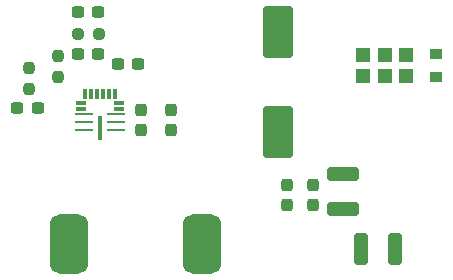
<source format=gbr>
%TF.GenerationSoftware,KiCad,Pcbnew,(6.0.8)*%
%TF.CreationDate,2023-02-10T11:33:07+01:00*%
%TF.ProjectId,power supply prototype,706f7765-7220-4737-9570-706c79207072,rev?*%
%TF.SameCoordinates,Original*%
%TF.FileFunction,Paste,Top*%
%TF.FilePolarity,Positive*%
%FSLAX46Y46*%
G04 Gerber Fmt 4.6, Leading zero omitted, Abs format (unit mm)*
G04 Created by KiCad (PCBNEW (6.0.8)) date 2023-02-10 11:33:07*
%MOMM*%
%LPD*%
G01*
G04 APERTURE LIST*
G04 Aperture macros list*
%AMRoundRect*
0 Rectangle with rounded corners*
0 $1 Rounding radius*
0 $2 $3 $4 $5 $6 $7 $8 $9 X,Y pos of 4 corners*
0 Add a 4 corners polygon primitive as box body*
4,1,4,$2,$3,$4,$5,$6,$7,$8,$9,$2,$3,0*
0 Add four circle primitives for the rounded corners*
1,1,$1+$1,$2,$3*
1,1,$1+$1,$4,$5*
1,1,$1+$1,$6,$7*
1,1,$1+$1,$8,$9*
0 Add four rect primitives between the rounded corners*
20,1,$1+$1,$2,$3,$4,$5,0*
20,1,$1+$1,$4,$5,$6,$7,0*
20,1,$1+$1,$6,$7,$8,$9,0*
20,1,$1+$1,$8,$9,$2,$3,0*%
G04 Aperture macros list end*
%ADD10R,1.200000X1.300000*%
%ADD11R,1.000000X0.950000*%
%ADD12RoundRect,0.237500X-0.237500X0.300000X-0.237500X-0.300000X0.237500X-0.300000X0.237500X0.300000X0*%
%ADD13RoundRect,0.237500X0.237500X-0.300000X0.237500X0.300000X-0.237500X0.300000X-0.237500X-0.300000X0*%
%ADD14R,0.914400X0.304800*%
%ADD15R,1.498600X0.254000*%
%ADD16R,0.355600X1.999996*%
%ADD17R,0.304800X0.812800*%
%ADD18RoundRect,0.237500X-0.300000X-0.237500X0.300000X-0.237500X0.300000X0.237500X-0.300000X0.237500X0*%
%ADD19RoundRect,0.250000X-0.325000X-1.100000X0.325000X-1.100000X0.325000X1.100000X-0.325000X1.100000X0*%
%ADD20RoundRect,0.812500X-0.812500X-1.687500X0.812500X-1.687500X0.812500X1.687500X-0.812500X1.687500X0*%
%ADD21RoundRect,0.237500X0.300000X0.237500X-0.300000X0.237500X-0.300000X-0.237500X0.300000X-0.237500X0*%
%ADD22RoundRect,0.237500X0.250000X0.237500X-0.250000X0.237500X-0.250000X-0.237500X0.250000X-0.237500X0*%
%ADD23RoundRect,0.250000X-1.000000X1.950000X-1.000000X-1.950000X1.000000X-1.950000X1.000000X1.950000X0*%
%ADD24RoundRect,0.237500X-0.237500X0.250000X-0.237500X-0.250000X0.237500X-0.250000X0.237500X0.250000X0*%
%ADD25RoundRect,0.250000X1.100000X-0.325000X1.100000X0.325000X-1.100000X0.325000X-1.100000X-0.325000X0*%
%ADD26RoundRect,0.237500X0.237500X-0.250000X0.237500X0.250000X-0.237500X0.250000X-0.237500X-0.250000X0*%
G04 APERTURE END LIST*
D10*
%TO.C,Drpp1*%
X157900000Y-81800000D03*
X154300000Y-80000000D03*
X156100000Y-81800000D03*
X157900000Y-80000000D03*
X156100000Y-80000000D03*
X154300000Y-81800000D03*
D11*
X160450000Y-81870000D03*
X160450000Y-79930000D03*
%TD*%
D12*
%TO.C,Cbyp1*%
X135500000Y-84637500D03*
X135500000Y-86362500D03*
%TD*%
D13*
%TO.C,DNp*%
X147800000Y-92725000D03*
X147800000Y-91000000D03*
%TD*%
D14*
%TO.C,U1*%
X130358601Y-84049996D03*
X130358601Y-84549997D03*
D15*
X130650700Y-85050000D03*
X130650700Y-85699999D03*
X130650700Y-86350001D03*
D16*
X132000000Y-86225005D03*
D15*
X133349300Y-86350013D03*
X133349300Y-85699999D03*
X133349300Y-85050013D03*
D14*
X133641399Y-84549997D03*
X133641399Y-84049996D03*
D17*
X133250000Y-83293600D03*
X132750001Y-83293600D03*
X132250000Y-83293600D03*
X131750000Y-83293600D03*
X131249999Y-83293600D03*
X130750000Y-83293600D03*
%TD*%
D18*
%TO.C,Cc1*%
X130137500Y-76400000D03*
X131862500Y-76400000D03*
%TD*%
D19*
%TO.C,Cout3*%
X154050000Y-96400000D03*
X157000000Y-96400000D03*
%TD*%
D20*
%TO.C,L1*%
X129350000Y-96000000D03*
X140650000Y-96000000D03*
%TD*%
D21*
%TO.C,CF1*%
X131862500Y-79900000D03*
X130137500Y-79900000D03*
%TD*%
D22*
%TO.C,RCOMP1*%
X131912500Y-78200000D03*
X130087500Y-78200000D03*
%TD*%
D23*
%TO.C,CSup2*%
X147100000Y-78100000D03*
X147100000Y-86500000D03*
%TD*%
D18*
%TO.C,CBIAS1*%
X133500000Y-80800000D03*
X135225000Y-80800000D03*
%TD*%
%TO.C,Cbst1*%
X124975000Y-84500000D03*
X126700000Y-84500000D03*
%TD*%
D24*
%TO.C,R_RST1*%
X126000000Y-81087500D03*
X126000000Y-82912500D03*
%TD*%
D13*
%TO.C,DNP*%
X150000000Y-92725000D03*
X150000000Y-91000000D03*
%TD*%
D12*
%TO.C,Csup1*%
X138000000Y-84637500D03*
X138000000Y-86362500D03*
%TD*%
D25*
%TO.C,Cout1*%
X152600000Y-93075000D03*
X152600000Y-90125000D03*
%TD*%
D26*
%TO.C,R_OSC1*%
X128400000Y-81912500D03*
X128400000Y-80087500D03*
%TD*%
M02*

</source>
